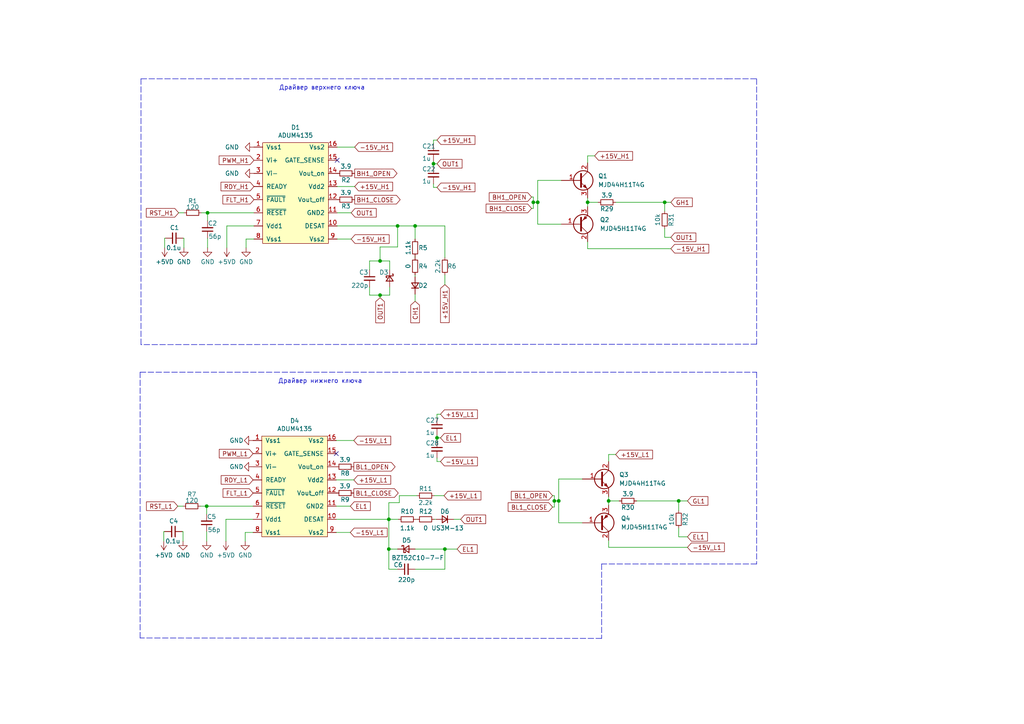
<source format=kicad_sch>
(kicad_sch (version 20211123) (generator eeschema)
  (paper "A4")
  (lib_symbols
    (symbol "ADUM_Driver:ADUM4135" (pin_names (offset 1.016))
      (property "Reference" "D" (at 0 0 0))
      (property "Value" "ADUM_Driver_ADUM4135" (at 0 -1.905 0))
      (symbol "ADUM4135_0_1"
        (rectangle (start -10.16 -3.175) (end 8.89 -32.385) (fill (type background)))
      )
      (symbol "ADUM4135_1_1"
        (pin input line (at -12.7 -4.445 0) (length 2.54) (name "Vss1") (number "1"))
        (pin input line (at 11.43 -27.305 180) (length 2.54) (name "DESAT") (number "10"))
        (pin input line (at 11.43 -23.495 180) (length 2.54) (name "GND2") (number "11"))
        (pin input line (at 11.43 -19.685 180) (length 2.54) (name "Vout_off") (number "12"))
        (pin input line (at 11.43 -15.875 180) (length 2.54) (name "Vdd2") (number "13"))
        (pin input line (at 11.43 -12.065 180) (length 2.54) (name "Vout_on") (number "14"))
        (pin input line (at 11.43 -8.255 180) (length 2.54) (name "GATE_SENSE") (number "15"))
        (pin input line (at 11.43 -4.445 180) (length 2.54) (name "Vss2") (number "16"))
        (pin input line (at -12.7 -8.255 0) (length 2.54) (name "Vi+") (number "2"))
        (pin input line (at -12.7 -12.065 0) (length 2.54) (name "Vi-") (number "3"))
        (pin input line (at -12.7 -15.875 0) (length 2.54) (name "READY") (number "4"))
        (pin input line (at -12.7 -19.685 0) (length 2.54) (name "~{FAULT}") (number "5"))
        (pin input line (at -12.7 -23.495 0) (length 2.54) (name "~{RESET}") (number "6"))
        (pin input line (at -12.7 -27.305 0) (length 2.54) (name "Vdd1") (number "7"))
        (pin input line (at -12.7 -31.115 0) (length 2.54) (name "Vss1") (number "8"))
        (pin input line (at 11.43 -31.115 180) (length 2.54) (name "Vss2") (number "9"))
      )
    )
    (symbol "Device:C_Small" (pin_numbers hide) (pin_names (offset 0.254) hide)
      (property "Reference" "C" (at 0.254 1.778 0))
      (property "Value" "C_Small" (at 0.254 -2.032 0))
      (symbol "C_Small_0_1"
        (polyline (pts (xy -1.524 -0.508) (xy 1.524 -0.508)) (stroke (width 0.3302)))
        (polyline (pts (xy -1.524 0.508) (xy 1.524 0.508)) (stroke (width 0.3048)))
      )
      (symbol "C_Small_1_1"
        (pin passive line (at 0 2.54 270) (length 2.032) (name "~") (number "1"))
        (pin passive line (at 0 -2.54 90) (length 2.032) (name "~") (number "2"))
      )
    )
    (symbol "Device:D_Schottky_Small" (pin_numbers hide) (pin_names (offset 0.254) hide)
      (property "Reference" "D" (at -1.27 2.032 0))
      (property "Value" "D_Schottky_Small" (at -7.112 -2.032 0))
      (symbol "D_Schottky_Small_0_1"
        (polyline (pts (xy -0.762 0) (xy 0.762 0)))
        (polyline (pts (xy 0.762 -1.016) (xy -0.762 0) (xy 0.762 1.016) (xy 0.762 -1.016)) (stroke (width 0.254)))
        (polyline (pts (xy -1.27 0.762) (xy -1.27 1.016) (xy -0.762 1.016) (xy -0.762 -1.016) (xy -0.254 -1.016) (xy -0.254 -0.762)) (stroke (width 0.254)))
      )
      (symbol "D_Schottky_Small_1_1"
        (pin passive line (at -2.54 0 0) (length 1.778) (name "K") (number "1"))
        (pin passive line (at 2.54 0 180) (length 1.778) (name "A") (number "2"))
      )
    )
    (symbol "Device:D_Small" (pin_numbers hide) (pin_names (offset 0.254) hide)
      (property "Reference" "D" (at -1.27 2.032 0))
      (property "Value" "D_Small" (at -3.81 -2.032 0))
      (symbol "D_Small_0_1"
        (polyline (pts (xy -0.762 -1.016) (xy -0.762 1.016)) (stroke (width 0.254)))
        (polyline (pts (xy -0.762 0) (xy 0.762 0)))
        (polyline (pts (xy 0.762 -1.016) (xy -0.762 0) (xy 0.762 1.016) (xy 0.762 -1.016)) (stroke (width 0.254)))
      )
      (symbol "D_Small_1_1"
        (pin passive line (at -2.54 0 0) (length 1.778) (name "K") (number "1"))
        (pin passive line (at 2.54 0 180) (length 1.778) (name "A") (number "2"))
      )
    )
    (symbol "Device:R_Small" (pin_numbers hide) (pin_names (offset 0.254) hide)
      (property "Reference" "R" (at 0.762 0.508 0))
      (property "Value" "R_Small" (at 0.762 -1.016 0))
      (symbol "R_Small_0_1"
        (rectangle (start -0.762 1.778) (end 0.762 -1.778) (stroke (width 0.2032)))
      )
      (symbol "R_Small_1_1"
        (pin passive line (at 0 2.54 270) (length 0.762) (name "~") (number "1"))
        (pin passive line (at 0 -2.54 90) (length 0.762) (name "~") (number "2"))
      )
    )
    (symbol "Transistor_BJT:2SB817" (pin_names (offset 0) hide)
      (property "Reference" "Q" (at 5.08 1.905 0))
      (property "Value" "2SB817" (at 5.08 0 0))
      (symbol "2SB817_0_1"
        (polyline (pts (xy 0 0) (xy 0.635 0)))
        (polyline (pts (xy 2.54 2.54) (xy 0.635 0.635)))
        (polyline (pts (xy 0.635 -0.635) (xy 2.54 -2.54) (xy 2.54 -2.54)))
        (polyline (pts (xy 0.635 1.905) (xy 0.635 -1.905) (xy 0.635 -1.905)) (stroke (width 0.508)))
        (polyline (pts (xy 1.778 -2.286) (xy 2.286 -1.778) (xy 1.27 -1.27) (xy 1.778 -2.286) (xy 1.778 -2.286)) (fill (type outline)))
        (circle (center 1.27 0) (radius 2.8194) (stroke (width 0.254)))
      )
      (symbol "2SB817_1_1"
        (pin input line (at -5.08 0 0) (length 5.08) (name "B") (number "1"))
        (pin passive line (at 2.54 5.08 270) (length 2.54) (name "C") (number "2"))
        (pin passive line (at 2.54 -5.08 90) (length 2.54) (name "E") (number "3"))
      )
    )
    (symbol "Transistor_BJT:BCP56" (pin_names (offset 0) hide)
      (property "Reference" "Q" (at 5.08 1.905 0))
      (property "Value" "BCP56" (at 5.08 0 0))
      (symbol "BCP56_0_1"
        (polyline (pts (xy 0.635 0.635) (xy 2.54 2.54)))
        (polyline (pts (xy 0.635 -0.635) (xy 2.54 -2.54) (xy 2.54 -2.54)))
        (polyline (pts (xy 0.635 1.905) (xy 0.635 -1.905) (xy 0.635 -1.905)) (stroke (width 0.508)))
        (polyline (pts (xy 1.27 -1.778) (xy 1.778 -1.27) (xy 2.286 -2.286) (xy 1.27 -1.778) (xy 1.27 -1.778)) (fill (type outline)))
        (circle (center 1.27 0) (radius 2.8194) (stroke (width 0.254)))
      )
      (symbol "BCP56_1_1"
        (pin input line (at -5.08 0 0) (length 5.715) (name "B") (number "1"))
        (pin passive line (at 2.54 5.08 270) (length 2.54) (name "C") (number "2"))
        (pin passive line (at 2.54 -5.08 90) (length 2.54) (name "E") (number "3"))
        (pin passive line (at 2.54 5.08 270) (length 2.54) hide (name "C") (number "4"))
      )
    )
    (symbol "power:+5VD" (power) (pin_names (offset 0))
      (property "Value" "+5VD" (at 0 3.556 0))
      (symbol "+5VD_0_1"
        (polyline (pts (xy -0.762 1.27) (xy 0 2.54)))
        (polyline (pts (xy 0 0) (xy 0 2.54)))
        (polyline (pts (xy 0 2.54) (xy 0.762 1.27)))
      )
      (symbol "+5VD_1_1"
        (pin power_in line (at 0 0 90) (length 0) hide (name "+5VD") (number "1"))
      )
    )
    (symbol "power:GND" (power) (pin_names (offset 0))
      (property "Value" "GND" (at 0 -3.81 0))
      (symbol "GND_0_1"
        (polyline (pts (xy 0 0) (xy 0 -1.27) (xy 1.27 -1.27) (xy 0 -2.54) (xy -1.27 -1.27) (xy 0 -1.27)))
      )
      (symbol "GND_1_1"
        (pin power_in line (at 0 0 270) (length 0) hide (name "GND") (number "1"))
      )
    )
  )
  (junction (at 176.53 145.288))
  (junction (at 160.782 145.288))
  (junction (at 110.236 75.692))
  (junction (at 112.776 150.622))
  (junction (at 125.73 47.498))
  (junction (at 129.032 159.258))
  (junction (at 126.746 127))
  (junction (at 192.786 58.674))
  (junction (at 162.052 145.288))
  (junction (at 115.316 65.532))
  (junction (at 196.85 145.288))
  (junction (at 154.686 58.674))
  (junction (at 60.198 61.722))
  (junction (at 120.396 65.532))
  (junction (at 170.434 58.674))
  (junction (at 59.944 146.812))
  (junction (at 112.776 159.258))
  (junction (at 110.236 85.598))
  (junction (at 155.956 58.674))
  (no_connect (at 97.79 46.482))
  (no_connect (at 97.536 131.572))
  (wire (pts (xy 115.316 65.532) (xy 120.396 65.532)))
  (wire (pts (xy 176.53 156.718) (xy 176.53 158.75)))
  (wire (pts (xy 107.188 83.312) (xy 107.188 85.598)))
  (wire (pts (xy 170.434 45.212) (xy 170.434 47.244)))
  (wire (pts (xy 112.776 165.1) (xy 112.776 159.258)))
  (wire (pts (xy 53.086 154.178) (xy 52.832 154.178)))
  (wire (pts (xy 127.762 133.858) (xy 126.746 133.858)))
  (wire (pts (xy 115.316 165.1) (xy 112.776 165.1)))
  (polyline (pts (xy 210.82 22.86) (xy 219.456 22.86)))
  (wire (pts (xy 170.434 58.674) (xy 173.482 58.674)))
  (wire (pts (xy 97.536 154.432) (xy 101.6 154.432)))
  (wire (pts (xy 160.274 147.066) (xy 160.782 147.066)))
  (wire (pts (xy 97.536 127.762) (xy 102.616 127.762)))
  (wire (pts (xy 154.178 57.15) (xy 154.686 57.15)))
  (wire (pts (xy 65.786 71.882) (xy 65.786 65.532)))
  (wire (pts (xy 97.79 65.532) (xy 115.316 65.532)))
  (wire (pts (xy 162.814 65.024) (xy 155.956 65.024)))
  (wire (pts (xy 125.73 54.356) (xy 125.73 53.34)))
  (wire (pts (xy 112.776 159.258) (xy 112.776 150.622)))
  (wire (pts (xy 176.53 145.288) (xy 179.578 145.288)))
  (wire (pts (xy 162.052 145.288) (xy 162.052 151.638)))
  (polyline (pts (xy 40.64 107.95) (xy 145.161 107.95)))
  (wire (pts (xy 47.498 156.972) (xy 47.498 154.178)))
  (wire (pts (xy 59.944 149.098) (xy 59.944 146.812)))
  (wire (pts (xy 97.536 150.622) (xy 112.776 150.622)))
  (wire (pts (xy 115.824 145.796) (xy 112.776 145.796)))
  (wire (pts (xy 154.686 58.674) (xy 155.956 58.674)))
  (wire (pts (xy 51.562 146.812) (xy 53.086 146.812)))
  (polyline (pts (xy 40.894 22.86) (xy 211.074 22.86)))
  (wire (pts (xy 176.53 131.826) (xy 176.53 133.858)))
  (wire (pts (xy 110.236 85.598) (xy 110.236 86.36)))
  (wire (pts (xy 53.34 71.882) (xy 53.34 69.088)))
  (wire (pts (xy 126.746 40.64) (xy 125.73 40.64)))
  (wire (pts (xy 155.956 58.674) (xy 155.956 65.024)))
  (wire (pts (xy 115.316 71.628) (xy 115.316 65.532)))
  (wire (pts (xy 97.79 42.672) (xy 102.87 42.672)))
  (wire (pts (xy 160.274 143.764) (xy 160.782 143.764)))
  (wire (pts (xy 110.236 75.692) (xy 110.236 71.628)))
  (wire (pts (xy 129.032 165.1) (xy 129.032 159.258)))
  (wire (pts (xy 192.786 68.834) (xy 192.786 66.294)))
  (wire (pts (xy 65.532 156.972) (xy 65.532 150.622)))
  (wire (pts (xy 196.85 148.082) (xy 196.85 145.288)))
  (wire (pts (xy 53.34 69.088) (xy 53.086 69.088)))
  (polyline (pts (xy 40.64 185.039) (xy 40.64 107.95)))
  (wire (pts (xy 131.572 150.622) (xy 133.604 150.622)))
  (wire (pts (xy 126.746 54.356) (xy 125.73 54.356)))
  (polyline (pts (xy 219.456 163.576) (xy 174.498 163.576)))
  (wire (pts (xy 184.658 145.288) (xy 196.85 145.288)))
  (wire (pts (xy 120.396 159.258) (xy 129.032 159.258)))
  (polyline (pts (xy 219.456 22.86) (xy 219.456 99.822)))
  (polyline (pts (xy 174.498 163.576) (xy 174.498 185.166)))
  (wire (pts (xy 107.188 85.598) (xy 110.236 85.598)))
  (wire (pts (xy 110.236 71.628) (xy 115.316 71.628)))
  (wire (pts (xy 199.39 155.702) (xy 196.85 155.702)))
  (wire (pts (xy 154.686 60.452) (xy 154.686 58.674)))
  (wire (pts (xy 168.91 151.638) (xy 162.052 151.638)))
  (wire (pts (xy 110.236 85.598) (xy 113.03 85.598)))
  (wire (pts (xy 194.564 68.834) (xy 192.786 68.834)))
  (wire (pts (xy 125.73 47.498) (xy 126.746 47.498)))
  (wire (pts (xy 160.782 147.066) (xy 160.782 145.288)))
  (wire (pts (xy 192.786 61.214) (xy 192.786 58.674)))
  (wire (pts (xy 59.944 156.972) (xy 59.944 154.178)))
  (wire (pts (xy 47.752 69.088) (xy 48.006 69.088)))
  (wire (pts (xy 125.73 46.736) (xy 125.73 47.498)))
  (wire (pts (xy 113.03 83.312) (xy 113.03 85.598)))
  (wire (pts (xy 160.782 145.288) (xy 162.052 145.288)))
  (wire (pts (xy 126.746 120.142) (xy 126.746 121.158)))
  (wire (pts (xy 129.032 65.532) (xy 120.396 65.532)))
  (wire (pts (xy 170.434 57.404) (xy 170.434 58.674)))
  (wire (pts (xy 126.746 126.238) (xy 126.746 127)))
  (wire (pts (xy 110.236 75.692) (xy 113.03 75.692)))
  (wire (pts (xy 154.178 60.452) (xy 154.686 60.452)))
  (wire (pts (xy 125.984 150.622) (xy 126.492 150.622)))
  (wire (pts (xy 120.904 150.622) (xy 120.65 150.622)))
  (wire (pts (xy 97.536 146.812) (xy 101.6 146.812)))
  (wire (pts (xy 59.944 146.812) (xy 73.406 146.812)))
  (wire (pts (xy 170.434 72.136) (xy 194.564 72.136)))
  (wire (pts (xy 125.984 143.764) (xy 128.778 143.764)))
  (wire (pts (xy 129.032 159.258) (xy 132.588 159.258)))
  (wire (pts (xy 58.42 61.722) (xy 60.198 61.722)))
  (wire (pts (xy 196.85 145.288) (xy 199.39 145.288)))
  (wire (pts (xy 115.824 143.764) (xy 120.904 143.764)))
  (wire (pts (xy 162.814 52.324) (xy 155.956 52.324)))
  (polyline (pts (xy 145.034 107.95) (xy 219.456 107.95)))
  (wire (pts (xy 176.53 145.288) (xy 176.53 146.558)))
  (wire (pts (xy 73.66 69.342) (xy 71.374 69.342)))
  (wire (pts (xy 129.032 79.756) (xy 129.032 82.55)))
  (wire (pts (xy 97.536 139.192) (xy 102.616 139.192)))
  (wire (pts (xy 129.032 74.676) (xy 129.032 65.532)))
  (wire (pts (xy 120.396 165.1) (xy 129.032 165.1)))
  (wire (pts (xy 176.53 144.018) (xy 176.53 145.288)))
  (wire (pts (xy 107.188 78.232) (xy 107.188 75.692)))
  (wire (pts (xy 154.686 57.15) (xy 154.686 58.674)))
  (wire (pts (xy 192.786 58.674) (xy 194.564 58.674)))
  (wire (pts (xy 115.824 145.796) (xy 115.824 143.764)))
  (wire (pts (xy 47.752 71.882) (xy 47.752 69.088)))
  (wire (pts (xy 126.746 133.858) (xy 126.746 132.842)))
  (wire (pts (xy 127.762 120.142) (xy 126.746 120.142)))
  (polyline (pts (xy 174.498 185.166) (xy 40.64 185.039)))
  (wire (pts (xy 162.052 138.938) (xy 162.052 145.288)))
  (wire (pts (xy 172.466 45.212) (xy 170.434 45.212)))
  (wire (pts (xy 65.532 150.622) (xy 73.406 150.622)))
  (wire (pts (xy 71.12 154.432) (xy 71.12 156.972)))
  (wire (pts (xy 178.562 131.826) (xy 176.53 131.826)))
  (wire (pts (xy 178.562 58.674) (xy 192.786 58.674)))
  (wire (pts (xy 73.406 154.432) (xy 71.12 154.432)))
  (wire (pts (xy 51.816 61.722) (xy 53.34 61.722)))
  (wire (pts (xy 125.73 47.498) (xy 125.73 48.26)))
  (wire (pts (xy 160.782 143.764) (xy 160.782 145.288)))
  (wire (pts (xy 97.79 61.722) (xy 101.854 61.722)))
  (wire (pts (xy 53.086 156.972) (xy 53.086 154.178)))
  (polyline (pts (xy 219.456 107.95) (xy 219.456 163.576)))
  (wire (pts (xy 196.85 155.702) (xy 196.85 153.162)))
  (wire (pts (xy 112.776 150.622) (xy 115.57 150.622)))
  (wire (pts (xy 168.91 138.938) (xy 162.052 138.938)))
  (wire (pts (xy 155.956 52.324) (xy 155.956 58.674)))
  (wire (pts (xy 120.396 74.676) (xy 120.396 74.422)))
  (wire (pts (xy 176.53 158.75) (xy 199.39 158.75)))
  (wire (pts (xy 120.396 85.344) (xy 120.396 87.376)))
  (wire (pts (xy 107.188 75.692) (xy 110.236 75.692)))
  (polyline (pts (xy 40.894 99.949) (xy 40.894 22.86)))
  (wire (pts (xy 65.786 65.532) (xy 73.66 65.532)))
  (wire (pts (xy 97.79 54.102) (xy 102.87 54.102)))
  (wire (pts (xy 71.374 69.342) (xy 71.374 71.882)))
  (wire (pts (xy 125.73 40.64) (xy 125.73 41.656)))
  (wire (pts (xy 170.434 70.104) (xy 170.434 72.136)))
  (wire (pts (xy 170.434 58.674) (xy 170.434 59.944)))
  (wire (pts (xy 47.498 154.178) (xy 47.752 154.178)))
  (wire (pts (xy 126.746 127) (xy 127.762 127)))
  (wire (pts (xy 120.396 79.756) (xy 120.396 80.264)))
  (wire (pts (xy 112.776 145.796) (xy 112.776 150.622)))
  (wire (pts (xy 113.03 78.232) (xy 113.03 75.692)))
  (wire (pts (xy 60.198 64.008) (xy 60.198 61.722)))
  (wire (pts (xy 58.166 146.812) (xy 59.944 146.812)))
  (wire (pts (xy 60.198 71.882) (xy 60.198 69.088)))
  (polyline (pts (xy 219.456 99.822) (xy 40.894 99.949)))
  (wire (pts (xy 97.79 69.342) (xy 101.854 69.342)))
  (wire (pts (xy 120.396 65.532) (xy 120.396 69.342)))
  (wire (pts (xy 60.198 61.722) (xy 73.66 61.722)))
  (wire (pts (xy 115.316 159.258) (xy 112.776 159.258)))
  (wire (pts (xy 126.746 127) (xy 126.746 127.762)))
  (text "Драйвер верхнего ключа" (at 80.899 26.289 0) (effects (font (size 1.27 1.27)) (justify left bottom)))
  (text "Драйвер нижнего ключа" (at 80.645 111.379 0) (effects (font (size 1.27 1.27)) (justify left bottom)))
  (global_label "FLT_L1" (shape input) (at 73.406 143.002 180) (property "Intersheet References" "${INTERSHEET_REFS}" (effects hide)))
  (global_label "BL1_OPEN" (shape input) (at 160.274 143.764 180) (property "Intersheet References" "${INTERSHEET_REFS}" (effects hide)))
  (global_label "BL1_CLOSE" (shape input) (at 160.274 147.066 180) (property "Intersheet References" "${INTERSHEET_REFS}" (effects hide)))
  (global_label "-15V_L1" (shape input) (at 199.39 158.75 0) (property "Intersheet References" "${INTERSHEET_REFS}" (effects hide)))
  (global_label "BL1_CLOSE" (shape output) (at 102.616 143.002 0) (property "Intersheet References" "${INTERSHEET_REFS}" (effects hide)))
  (global_label "BH1_OPEN" (shape output) (at 102.87 50.292 0) (property "Intersheet References" "${INTERSHEET_REFS}" (effects hide)))
  (global_label "+15V_L1" (shape input) (at 127.762 120.142 0) (property "Intersheet References" "${INTERSHEET_REFS}" (effects hide)))
  (global_label "BH1_CLOSE" (shape input) (at 154.178 60.452 180) (property "Intersheet References" "${INTERSHEET_REFS}" (effects hide)))
  (global_label "+15V_H1" (shape input) (at 126.746 40.64 0) (property "Intersheet References" "${INTERSHEET_REFS}" (effects hide)))
  (global_label "-15V_L1" (shape input) (at 127.762 133.858 0) (property "Intersheet References" "${INTERSHEET_REFS}" (effects hide)))
  (global_label "+15V_H1" (shape input) (at 129.032 82.55 270) (property "Intersheet References" "${INTERSHEET_REFS}" (effects hide)))
  (global_label "OUT1" (shape input) (at 194.564 68.834 0) (property "Intersheet References" "${INTERSHEET_REFS}" (effects hide)))
  (global_label "-15V_L1" (shape input) (at 102.616 127.762 0) (property "Intersheet References" "${INTERSHEET_REFS}" (effects hide)))
  (global_label "+15V_L1" (shape input) (at 178.562 131.826 0) (property "Intersheet References" "${INTERSHEET_REFS}" (effects hide)))
  (global_label "CH1" (shape input) (at 120.396 87.376 270) (property "Intersheet References" "${INTERSHEET_REFS}" (effects hide)))
  (global_label "-15V_H1" (shape input) (at 126.746 54.356 0) (property "Intersheet References" "${INTERSHEET_REFS}" (effects hide)))
  (global_label "OUT1" (shape input) (at 101.854 61.722 0) (property "Intersheet References" "${INTERSHEET_REFS}" (effects hide)))
  (global_label "+15V_L1" (shape input) (at 128.778 143.764 0) (property "Intersheet References" "${INTERSHEET_REFS}" (effects hide)))
  (global_label "OUT1" (shape input) (at 110.236 86.36 270) (property "Intersheet References" "${INTERSHEET_REFS}" (effects hide)))
  (global_label "BH1_CLOSE" (shape output) (at 102.87 57.912 0) (property "Intersheet References" "${INTERSHEET_REFS}" (effects hide)))
  (global_label "EL1" (shape input) (at 101.6 146.812 0) (property "Intersheet References" "${INTERSHEET_REFS}" (effects hide)))
  (global_label "FLT_H1" (shape input) (at 73.66 57.912 180) (property "Intersheet References" "${INTERSHEET_REFS}" (effects hide)))
  (global_label "GL1" (shape input) (at 199.39 145.288 0) (property "Intersheet References" "${INTERSHEET_REFS}" (effects hide)))
  (global_label "BH1_OPEN" (shape input) (at 154.178 57.15 180) (property "Intersheet References" "${INTERSHEET_REFS}" (effects hide)))
  (global_label "-15V_L1" (shape input) (at 101.6 154.432 0) (property "Intersheet References" "${INTERSHEET_REFS}" (effects hide)))
  (global_label "RDY_L1" (shape input) (at 73.406 139.192 180) (property "Intersheet References" "${INTERSHEET_REFS}" (effects hide)))
  (global_label "RDY_H1" (shape input) (at 73.66 54.102 180) (property "Intersheet References" "${INTERSHEET_REFS}" (effects hide)))
  (global_label "-15V_H1" (shape input) (at 194.564 72.136 0) (property "Intersheet References" "${INTERSHEET_REFS}" (effects hide)))
  (global_label "BL1_OPEN" (shape output) (at 102.616 135.382 0) (property "Intersheet References" "${INTERSHEET_REFS}" (effects hide)))
  (global_label "+15V_H1" (shape input) (at 172.466 45.212 0) (property "Intersheet References" "${INTERSHEET_REFS}" (effects hide)))
  (global_label "OUT1" (shape input) (at 126.746 47.498 0) (property "Intersheet References" "${INTERSHEET_REFS}" (effects hide)))
  (global_label "-15V_H1" (shape input) (at 102.87 42.672 0) (property "Intersheet References" "${INTERSHEET_REFS}" (effects hide)))
  (global_label "RST_L1" (shape input) (at 51.562 146.812 180) (property "Intersheet References" "${INTERSHEET_REFS}" (effects hide)))
  (global_label "-15V_H1" (shape input) (at 101.854 69.342 0) (property "Intersheet References" "${INTERSHEET_REFS}" (effects hide)))
  (global_label "+15V_H1" (shape input) (at 102.87 54.102 0) (property "Intersheet References" "${INTERSHEET_REFS}" (effects hide)))
  (global_label "PWM_L1" (shape input) (at 73.406 131.572 180) (property "Intersheet References" "${INTERSHEET_REFS}" (effects hide)))
  (global_label "OUT1" (shape input) (at 133.604 150.622 0) (property "Intersheet References" "${INTERSHEET_REFS}" (effects hide)))
  (global_label "EL1" (shape input) (at 132.588 159.258 0) (property "Intersheet References" "${INTERSHEET_REFS}" (effects hide)))
  (global_label "+15V_L1" (shape input) (at 102.616 139.192 0) (property "Intersheet References" "${INTERSHEET_REFS}" (effects hide)))
  (global_label "EL1" (shape input) (at 127.762 127 0) (property "Intersheet References" "${INTERSHEET_REFS}" (effects hide)))
  (global_label "EL1" (shape input) (at 199.39 155.702 0) (property "Intersheet References" "${INTERSHEET_REFS}" (effects hide)))
  (global_label "GH1" (shape input) (at 194.564 58.674 0) (property "Intersheet References" "${INTERSHEET_REFS}" (effects hide)))
  (global_label "RST_H1" (shape input) (at 51.816 61.722 180) (property "Intersheet References" "${INTERSHEET_REFS}" (effects hide)))
  (global_label "PWM_H1" (shape input) (at 73.66 46.482 180) (property "Intersheet References" "${INTERSHEET_REFS}" (effects hide)))
  (symbol (lib_id "Device:R_Small") (at 196.85 150.622 0) (unit 1)
    (property "Reference" "R32" (at 198.755 150.622 90))
    (property "Value" "10k" (at 194.818 150.622 90))
    (property "Footprint" "Resistor_SMD:R_1210_3225Metric_Pad1.30x2.65mm_HandSolder" (effects hide))
  )
  (symbol (lib_id "Device:R_Small") (at 55.88 61.722 90) (unit 1)
    (property "Reference" "R1" (at 55.88 58.293 90))
    (property "Value" "120" (at 55.88 60.071 90))
    (property "Footprint" "Resistor_SMD:R_0805_2012Metric_Pad1.20x1.40mm_HandSolder" (effects hide))
  )
  (symbol (lib_id "Device:C_Small") (at 125.73 50.8 0) (unit 1)
    (property "Reference" "C22" (at 122.428 49.022 0) (effects (justify left)))
    (property "Value" "1u" (at 122.428 52.578 0) (effects (justify left)))
    (property "Footprint" "Capacitor_SMD:C_0805_2012Metric_Pad1.18x1.45mm_HandSolder" (effects hide))
  )
  (symbol (lib_id "Device:D_Small") (at 120.396 82.804 90) (unit 1)
    (property "Reference" "D2" (at 122.682 82.804 90))
    (property "Value" "US3M-13" (effects hide))
    (property "Footprint" "Diode_SMD:D_SMC" (effects hide))
  )
  (symbol (lib_id "Device:R_Small") (at 55.626 146.812 90) (unit 1)
    (property "Reference" "R7" (at 55.626 143.383 90))
    (property "Value" "120" (at 55.626 145.161 90))
    (property "Footprint" "Resistor_SMD:R_0805_2012Metric_Pad1.20x1.40mm_HandSolder" (effects hide))
  )
  (symbol (lib_id "Device:R_Small") (at 100.33 50.292 270) (unit 1)
    (property "Reference" "R2" (at 100.33 52.197 90))
    (property "Value" "3.9" (at 100.33 48.26 90))
    (property "Footprint" "Resistor_SMD:R_2512_6332Metric_Pad1.40x3.35mm_HandSolder" (effects hide))
  )
  (symbol (lib_id "Device:R_Small") (at 120.396 71.882 180) (unit 1)
    (property "Reference" "R5" (at 122.682 71.882 0))
    (property "Value" "1.1k" (at 118.364 71.882 90))
    (property "Footprint" "Resistor_SMD:R_0805_2012Metric_Pad1.20x1.40mm_HandSolder" (effects hide))
  )
  (symbol (lib_id "Device:R_Small") (at 100.076 143.002 270) (unit 1)
    (property "Reference" "R9" (at 100.076 144.907 90))
    (property "Value" "3.9" (at 100.076 140.97 90))
    (property "Footprint" "Resistor_SMD:R_2512_6332Metric_Pad1.40x3.35mm_HandSolder" (effects hide))
  )
  (symbol (lib_id "power:+5VD") (at 65.532 156.972 180) (unit 1)
    (property "Reference" "#PWR011" (effects hide))
    (property "Value" "+5VD" (at 65.532 161.036 0))
  )
  (symbol (lib_id "power:+5VD") (at 65.786 71.882 180) (unit 1)
    (property "Reference" "#PWR06" (effects hide))
    (property "Value" "+5VD" (at 65.786 75.946 0))
  )
  (symbol (lib_id "Device:R_Small") (at 120.396 77.216 180) (unit 1)
    (property "Reference" "R4" (at 122.682 77.216 0))
    (property "Value" "0" (at 118.364 77.216 90))
    (property "Footprint" "Resistor_SMD:R_1206_3216Metric_Pad1.30x1.75mm_HandSolder" (effects hide))
  )
  (symbol (lib_id "Device:C_Small") (at 60.198 66.548 180) (unit 1)
    (property "Reference" "C2" (at 62.992 64.77 0) (effects (justify left)))
    (property "Value" "56p" (at 60.452 68.58 0) (effects (justify right)))
    (property "Footprint" "Capacitor_SMD:C_0805_2012Metric_Pad1.18x1.45mm_HandSolder" (effects hide))
  )
  (symbol (lib_id "power:+5VD") (at 47.498 156.972 180) (unit 1)
    (property "Reference" "#PWR08" (effects hide))
    (property "Value" "+5VD" (at 47.498 161.036 0))
  )
  (symbol (lib_id "Device:C_Small") (at 126.746 123.698 0) (unit 1)
    (property "Reference" "C27" (at 123.444 121.92 0) (effects (justify left)))
    (property "Value" "1u" (at 123.444 125.476 0) (effects (justify left)))
    (property "Footprint" "Capacitor_SMD:C_0805_2012Metric_Pad1.18x1.45mm_HandSolder" (effects hide))
  )
  (symbol (lib_id "Device:R_Small") (at 123.444 150.622 270) (unit 1)
    (property "Reference" "R12" (at 123.444 148.336 90))
    (property "Value" "0" (at 123.444 153.162 90))
    (property "Footprint" "Resistor_SMD:R_1206_3216Metric_Pad1.30x1.75mm_HandSolder" (effects hide))
  )
  (symbol (lib_id "Transistor_BJT:BCP56") (at 167.894 52.324 0) (unit 1)
    (property "Reference" "Q1" (at 173.482 51.0539 0) (effects (justify left)))
    (property "Value" "MJD44H11T4G" (at 173.482 53.5939 0) (effects (justify left)))
    (property "Footprint" "Package_TO_SOT_SMD:TO-252-2" (effects hide))
    (property "Datasheet" "http://cache.nxp.com/documents/data_sheet/BCP56_BCX56_BC56PA.pdf?pspll=1" (effects hide))
  )
  (symbol (lib_id "Device:R_Small") (at 123.444 143.764 90) (unit 1)
    (property "Reference" "R11" (at 123.444 141.732 90))
    (property "Value" "2.2k" (at 123.444 145.796 90))
    (property "Footprint" "Resistor_SMD:R_0805_2012Metric_Pad1.20x1.40mm_HandSolder" (effects hide))
  )
  (symbol (lib_id "Device:D_Schottky_Small") (at 117.856 159.258 0) (unit 1)
    (property "Reference" "D5" (at 116.586 156.718 0) (effects (justify left)))
    (property "Value" "BZT52C10-7-F" (at 113.538 161.798 0) (effects (justify left)))
    (property "Footprint" "Diode_SMD:D_SOD-123" (effects hide))
  )
  (symbol (lib_id "Device:C_Small") (at 50.292 154.178 270) (unit 1)
    (property "Reference" "C4" (at 49.022 151.13 90) (effects (justify left)))
    (property "Value" "0.1u" (at 52.324 156.972 90) (effects (justify right)))
    (property "Footprint" "Capacitor_SMD:C_0805_2012Metric_Pad1.18x1.45mm_HandSolder" (effects hide))
  )
  (symbol (lib_id "Device:D_Schottky_Small") (at 113.03 80.772 270) (unit 1)
    (property "Reference" "D3" (at 109.982 78.994 90) (effects (justify left)))
    (property "Value" "BZT52C10-7-F" (effects hide))
    (property "Footprint" "Diode_SMD:D_SOD-123" (effects hide))
  )
  (symbol (lib_id "ADUM_Driver:ADUM4135") (at 86.36 38.227 0) (unit 1)
    (property "Reference" "D1" (at 85.725 36.957 0))
    (property "Value" "ADUM4135" (at 85.725 39.2684 0))
    (property "Footprint" "Package_SO:SOIC-16W_7.5x10.3mm_P1.27mm" (effects hide))
  )
  (symbol (lib_id "Device:C_Small") (at 125.73 44.196 0) (unit 1)
    (property "Reference" "C21" (at 122.428 42.418 0) (effects (justify left)))
    (property "Value" "1u" (at 122.428 45.974 0) (effects (justify left)))
    (property "Footprint" "Capacitor_SMD:C_0805_2012Metric_Pad1.18x1.45mm_HandSolder" (effects hide))
  )
  (symbol (lib_id "ADUM_Driver:ADUM4135") (at 86.106 123.317 0) (unit 1)
    (property "Reference" "D4" (at 85.471 122.047 0))
    (property "Value" "ADUM4135" (at 85.471 124.3584 0))
    (property "Footprint" "Package_SO:SOIC-16W_7.5x10.3mm_P1.27mm" (effects hide))
  )
  (symbol (lib_id "Device:R_Small") (at 176.022 58.674 270) (unit 1)
    (property "Reference" "R29" (at 176.022 60.579 90))
    (property "Value" "3.9" (at 176.022 56.642 90))
    (property "Footprint" "Resistor_SMD:R_2512_6332Metric_Pad1.40x3.35mm_HandSolder" (effects hide))
  )
  (symbol (lib_id "Transistor_BJT:2SB817") (at 167.894 65.024 0) (mirror x) (unit 1)
    (property "Reference" "Q2" (at 173.99 63.7539 0) (effects (justify left)))
    (property "Value" "MJD45H11T4G" (at 173.99 66.2939 0) (effects (justify left)))
    (property "Footprint" "Package_TO_SOT_SMD:TO-252-2" (effects hide))
    (property "Datasheet" "http://skory.gylcomp.hu/alkatresz/2SB817.pdf" (effects hide))
  )
  (symbol (lib_id "Transistor_BJT:2SB817") (at 173.99 151.638 0) (mirror x) (unit 1)
    (property "Reference" "Q4" (at 180.086 150.3679 0) (effects (justify left)))
    (property "Value" "MJD45H11T4G" (at 180.086 152.9079 0) (effects (justify left)))
    (property "Footprint" "Package_TO_SOT_SMD:TO-252-2" (effects hide))
    (property "Datasheet" "http://skory.gylcomp.hu/alkatresz/2SB817.pdf" (effects hide))
  )
  (symbol (lib_id "power:GND") (at 71.12 156.972 0) (unit 1)
    (property "Reference" "#PWR0103" (effects hide))
    (property "Value" "GND" (at 69.088 161.036 0) (effects (justify left)))
  )
  (symbol (lib_id "Device:D_Small") (at 129.032 150.622 180) (unit 1)
    (property "Reference" "D6" (at 129.032 148.336 0))
    (property "Value" "US3M-13" (at 129.794 153.162 0))
    (property "Footprint" "Diode_SMD:D_SMC" (effects hide))
  )
  (symbol (lib_id "power:GND") (at 60.198 71.882 0) (unit 1)
    (property "Reference" "#PWR0108" (effects hide))
    (property "Value" "GND" (at 58.166 75.946 0) (effects (justify left)))
  )
  (symbol (lib_id "power:GND") (at 59.944 156.972 0) (unit 1)
    (property "Reference" "#PWR0102" (effects hide))
    (property "Value" "GND" (at 57.912 161.036 0) (effects (justify left)))
  )
  (symbol (lib_id "Device:R_Small") (at 100.076 135.382 270) (unit 1)
    (property "Reference" "R8" (at 100.076 137.287 90))
    (property "Value" "3.9" (at 100.076 133.35 90))
    (property "Footprint" "Resistor_SMD:R_2512_6332Metric_Pad1.40x3.35mm_HandSolder" (effects hide))
  )
  (symbol (lib_id "power:+5VD") (at 47.752 71.882 180) (unit 1)
    (property "Reference" "#PWR01" (effects hide))
    (property "Value" "+5VD" (at 47.752 75.946 0))
  )
  (symbol (lib_id "Device:R_Small") (at 100.33 57.912 270) (unit 1)
    (property "Reference" "R3" (at 100.33 59.817 90))
    (property "Value" "3.9" (at 100.33 55.88 90))
    (property "Footprint" "Resistor_SMD:R_2512_6332Metric_Pad1.40x3.35mm_HandSolder" (effects hide))
  )
  (symbol (lib_id "Device:R_Small") (at 118.11 150.622 270) (unit 1)
    (property "Reference" "R10" (at 118.11 148.336 90))
    (property "Value" "1.1k" (at 118.11 153.162 90))
    (property "Footprint" "Resistor_SMD:R_0805_2012Metric_Pad1.20x1.40mm_HandSolder" (effects hide))
  )
  (symbol (lib_id "power:GND") (at 73.406 127.762 270) (unit 1)
    (property "Reference" "#PWR0222" (effects hide))
    (property "Value" "GND" (at 66.548 127.762 90) (effects (justify left)))
  )
  (symbol (lib_id "Device:C_Small") (at 107.188 80.772 0) (unit 1)
    (property "Reference" "C3" (at 104.14 78.994 0) (effects (justify left)))
    (property "Value" "220p" (at 101.854 82.804 0) (effects (justify left)))
    (property "Footprint" "Capacitor_SMD:C_0805_2012Metric_Pad1.18x1.45mm_HandSolder" (effects hide))
  )
  (symbol (lib_id "Device:R_Small") (at 129.032 77.216 0) (unit 1)
    (property "Reference" "R6" (at 131.064 77.216 0))
    (property "Value" "2.2k" (at 127 77.216 90))
    (property "Footprint" "Resistor_SMD:R_0805_2012Metric_Pad1.20x1.40mm_HandSolder" (effects hide))
  )
  (symbol (lib_id "power:GND") (at 73.66 42.672 270) (unit 1)
    (property "Reference" "#PWR0110" (effects hide))
    (property "Value" "GND" (at 69.342 42.6719 90) (effects (justify right)))
  )
  (symbol (lib_id "power:GND") (at 53.086 156.972 0) (unit 1)
    (property "Reference" "#PWR0101" (effects hide))
    (property "Value" "GND" (at 51.054 161.036 0) (effects (justify left)))
  )
  (symbol (lib_id "Device:C_Small") (at 117.856 165.1 90) (unit 1)
    (property "Reference" "C6" (at 116.84 163.83 90) (effects (justify left)))
    (property "Value" "220p" (at 120.396 168.148 90) (effects (justify left)))
    (property "Footprint" "Capacitor_SMD:C_0805_2012Metric_Pad1.18x1.45mm_HandSolder" (effects hide))
  )
  (symbol (lib_id "Transistor_BJT:BCP56") (at 173.99 138.938 0) (unit 1)
    (property "Reference" "Q3" (at 179.578 137.6679 0) (effects (justify left)))
    (property "Value" "MJD44H11T4G" (at 179.578 140.2079 0) (effects (justify left)))
    (property "Footprint" "Package_TO_SOT_SMD:TO-252-2" (effects hide))
    (property "Datasheet" "http://cache.nxp.com/documents/data_sheet/BCP56_BCX56_BC56PA.pdf?pspll=1" (effects hide))
  )
  (symbol (lib_id "power:GND") (at 71.374 71.882 0) (unit 1)
    (property "Reference" "#PWR0106" (effects hide))
    (property "Value" "GND" (at 69.342 75.946 0) (effects (justify left)))
  )
  (symbol (lib_id "Device:C_Small") (at 59.944 151.638 180) (unit 1)
    (property "Reference" "C5" (at 62.738 149.86 0) (effects (justify left)))
    (property "Value" "56p" (at 60.198 153.67 0) (effects (justify right)))
    (property "Footprint" "Capacitor_SMD:C_0805_2012Metric_Pad1.18x1.45mm_HandSolder" (effects hide))
  )
  (symbol (lib_id "Device:C_Small") (at 50.546 69.088 270) (unit 1)
    (property "Reference" "C1" (at 49.276 66.04 90) (effects (justify left)))
    (property "Value" "0.1u" (at 52.578 71.882 90) (effects (justify right)))
    (property "Footprint" "Capacitor_SMD:C_0805_2012Metric_Pad1.18x1.45mm_HandSolder" (effects hide))
  )
  (symbol (lib_id "power:GND") (at 73.406 135.382 270) (unit 1)
    (property "Reference" "#PWR0223" (effects hide))
    (property "Value" "GND" (at 66.548 135.382 90) (effects (justify left)))
  )
  (symbol (lib_id "Device:R_Small") (at 182.118 145.288 270) (unit 1)
    (property "Reference" "R30" (at 182.118 147.193 90))
    (property "Value" "3.9" (at 182.118 143.256 90))
    (property "Footprint" "Resistor_SMD:R_2512_6332Metric_Pad1.40x3.35mm_HandSolder" (effects hide))
  )
  (symbol (lib_id "power:GND") (at 73.66 50.292 270) (unit 1)
    (property "Reference" "#PWR0112" (effects hide))
    (property "Value" "GND" (at 69.342 50.2919 90) (effects (justify right)))
  )
  (symbol (lib_id "power:GND") (at 53.34 71.882 0) (unit 1)
    (property "Reference" "#PWR0114" (effects hide))
    (property "Value" "GND" (at 51.308 75.946 0) (effects (justify left)))
  )
  (symbol (lib_id "Device:C_Small") (at 126.746 130.302 0) (unit 1)
    (property "Reference" "C28" (at 123.444 128.524 0) (effects (justify left)))
    (property "Value" "1u" (at 123.444 132.08 0) (effects (justify left)))
    (property "Footprint" "Capacitor_SMD:C_0805_2012Metric_Pad1.18x1.45mm_HandSolder" (effects hide))
  )
  (symbol (lib_id "Device:R_Small") (at 192.786 63.754 0) (unit 1)
    (property "Reference" "R31" (at 194.691 63.754 90))
    (property "Value" "10k" (at 190.754 63.754 90))
    (property "Footprint" "Resistor_SMD:R_1210_3225Metric_Pad1.30x2.65mm_HandSolder" (effects hide))
  )
)
</source>
